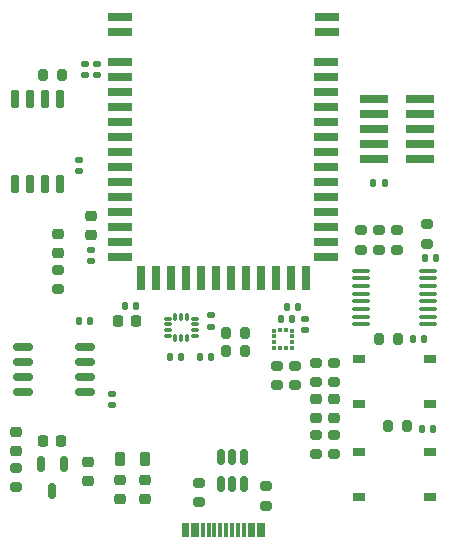
<source format=gbr>
%TF.GenerationSoftware,KiCad,Pcbnew,8.0.0*%
%TF.CreationDate,2024-05-19T21:12:01-04:00*%
%TF.ProjectId,nrf52-module-usb-carrier-hw,6e726635-322d-46d6-9f64-756c652d7573,rev?*%
%TF.SameCoordinates,PX5544200PY68a5100*%
%TF.FileFunction,Paste,Top*%
%TF.FilePolarity,Positive*%
%FSLAX46Y46*%
G04 Gerber Fmt 4.6, Leading zero omitted, Abs format (unit mm)*
G04 Created by KiCad (PCBNEW 8.0.0) date 2024-05-19 21:12:01*
%MOMM*%
%LPD*%
G01*
G04 APERTURE LIST*
G04 Aperture macros list*
%AMRoundRect*
0 Rectangle with rounded corners*
0 $1 Rounding radius*
0 $2 $3 $4 $5 $6 $7 $8 $9 X,Y pos of 4 corners*
0 Add a 4 corners polygon primitive as box body*
4,1,4,$2,$3,$4,$5,$6,$7,$8,$9,$2,$3,0*
0 Add four circle primitives for the rounded corners*
1,1,$1+$1,$2,$3*
1,1,$1+$1,$4,$5*
1,1,$1+$1,$6,$7*
1,1,$1+$1,$8,$9*
0 Add four rect primitives between the rounded corners*
20,1,$1+$1,$2,$3,$4,$5,0*
20,1,$1+$1,$4,$5,$6,$7,0*
20,1,$1+$1,$6,$7,$8,$9,0*
20,1,$1+$1,$8,$9,$2,$3,0*%
G04 Aperture macros list end*
%ADD10R,2.000000X0.800000*%
%ADD11R,0.800000X2.000000*%
%ADD12R,0.300000X1.150000*%
%ADD13RoundRect,0.225000X0.250000X-0.225000X0.250000X0.225000X-0.250000X0.225000X-0.250000X-0.225000X0*%
%ADD14RoundRect,0.200000X-0.200000X-0.275000X0.200000X-0.275000X0.200000X0.275000X-0.200000X0.275000X0*%
%ADD15RoundRect,0.200000X0.275000X-0.200000X0.275000X0.200000X-0.275000X0.200000X-0.275000X-0.200000X0*%
%ADD16RoundRect,0.200000X-0.275000X0.200000X-0.275000X-0.200000X0.275000X-0.200000X0.275000X0.200000X0*%
%ADD17RoundRect,0.225000X-0.250000X0.225000X-0.250000X-0.225000X0.250000X-0.225000X0.250000X0.225000X0*%
%ADD18RoundRect,0.140000X0.170000X-0.140000X0.170000X0.140000X-0.170000X0.140000X-0.170000X-0.140000X0*%
%ADD19RoundRect,0.140000X-0.140000X-0.170000X0.140000X-0.170000X0.140000X0.170000X-0.140000X0.170000X0*%
%ADD20RoundRect,0.150000X-0.150000X0.650000X-0.150000X-0.650000X0.150000X-0.650000X0.150000X0.650000X0*%
%ADD21RoundRect,0.150000X-0.675000X-0.150000X0.675000X-0.150000X0.675000X0.150000X-0.675000X0.150000X0*%
%ADD22R,2.400000X0.740000*%
%ADD23RoundRect,0.218750X-0.256250X0.218750X-0.256250X-0.218750X0.256250X-0.218750X0.256250X0.218750X0*%
%ADD24RoundRect,0.100000X-0.637500X-0.100000X0.637500X-0.100000X0.637500X0.100000X-0.637500X0.100000X0*%
%ADD25RoundRect,0.218750X0.256250X-0.218750X0.256250X0.218750X-0.256250X0.218750X-0.256250X-0.218750X0*%
%ADD26R,1.000000X0.750000*%
%ADD27RoundRect,0.150000X-0.150000X0.512500X-0.150000X-0.512500X0.150000X-0.512500X0.150000X0.512500X0*%
%ADD28RoundRect,0.218750X0.218750X0.381250X-0.218750X0.381250X-0.218750X-0.381250X0.218750X-0.381250X0*%
%ADD29RoundRect,0.135000X-0.135000X-0.185000X0.135000X-0.185000X0.135000X0.185000X-0.135000X0.185000X0*%
%ADD30R,0.375000X0.350000*%
%ADD31R,0.350000X0.375000*%
%ADD32RoundRect,0.140000X-0.170000X0.140000X-0.170000X-0.140000X0.170000X-0.140000X0.170000X0.140000X0*%
%ADD33RoundRect,0.150000X0.150000X-0.512500X0.150000X0.512500X-0.150000X0.512500X-0.150000X-0.512500X0*%
%ADD34RoundRect,0.225000X0.225000X0.250000X-0.225000X0.250000X-0.225000X-0.250000X0.225000X-0.250000X0*%
%ADD35RoundRect,0.225000X-0.225000X-0.250000X0.225000X-0.250000X0.225000X0.250000X-0.225000X0.250000X0*%
%ADD36RoundRect,0.140000X0.140000X0.170000X-0.140000X0.170000X-0.140000X-0.170000X0.140000X-0.170000X0*%
%ADD37RoundRect,0.200000X0.200000X0.275000X-0.200000X0.275000X-0.200000X-0.275000X0.200000X-0.275000X0*%
%ADD38RoundRect,0.135000X0.185000X-0.135000X0.185000X0.135000X-0.185000X0.135000X-0.185000X-0.135000X0*%
%ADD39RoundRect,0.087500X-0.225000X-0.087500X0.225000X-0.087500X0.225000X0.087500X-0.225000X0.087500X0*%
%ADD40RoundRect,0.087500X-0.087500X-0.225000X0.087500X-0.225000X0.087500X0.225000X-0.087500X0.225000X0*%
G04 APERTURE END LIST*
D10*
%TO.C,U4*%
X10300000Y49625000D03*
X10300000Y48355000D03*
X10320000Y45815000D03*
X10320000Y44545000D03*
X10320000Y43275000D03*
X10320000Y42005000D03*
X10320000Y40735000D03*
X10320000Y39465000D03*
X10320000Y38195000D03*
X10320000Y36925000D03*
X10320000Y35655000D03*
X10320000Y34385000D03*
X10320000Y33115000D03*
X10320000Y31845000D03*
X10320000Y30575000D03*
X10320000Y29305000D03*
D11*
X12065000Y27560000D03*
X13335000Y27560000D03*
X14605000Y27560000D03*
X15875000Y27560000D03*
X17145000Y27560000D03*
X18415000Y27560000D03*
X19685000Y27560000D03*
X20955000Y27560000D03*
X22225000Y27560000D03*
X23495000Y27560000D03*
X24765000Y27560000D03*
X26035000Y27560000D03*
D10*
X27780000Y29305000D03*
X27780000Y30575000D03*
X27780000Y31845000D03*
X27780000Y33115000D03*
X27780000Y34385000D03*
X27780000Y35655000D03*
X27780000Y36925000D03*
X27780000Y38195000D03*
X27780000Y39465000D03*
X27780000Y40735000D03*
X27780000Y42005000D03*
X27780000Y43275000D03*
X27780000Y44545000D03*
X27780000Y45815000D03*
X27800000Y48355000D03*
X27800000Y49625000D03*
%TD*%
D12*
%TO.C,J1*%
X15700000Y6210000D03*
X16500000Y6210000D03*
X17800000Y6210000D03*
X18800000Y6210000D03*
X19300000Y6210000D03*
X20300000Y6210000D03*
X21600000Y6210000D03*
X22400000Y6210000D03*
X22100000Y6210000D03*
X21300000Y6210000D03*
X20800000Y6210000D03*
X19800000Y6210000D03*
X18300000Y6210000D03*
X17300000Y6210000D03*
X16800000Y6210000D03*
X16000000Y6210000D03*
%TD*%
D13*
%TO.C,C3*%
X7620000Y10401000D03*
X7620000Y11951000D03*
%TD*%
D14*
%TO.C,R10*%
X19241000Y21336000D03*
X20891000Y21336000D03*
%TD*%
D15*
%TO.C,R8*%
X23622000Y18479000D03*
X23622000Y20129000D03*
%TD*%
D16*
%TO.C,R15*%
X30707000Y31613000D03*
X30707000Y29963000D03*
%TD*%
%TO.C,R12*%
X36322000Y32121000D03*
X36322000Y30471000D03*
%TD*%
D17*
%TO.C,C12*%
X7874000Y32779000D03*
X7874000Y31229000D03*
%TD*%
D18*
%TO.C,C11*%
X7366000Y44732000D03*
X7366000Y45692000D03*
%TD*%
D19*
%TO.C,C20*%
X35080000Y22352000D03*
X36040000Y22352000D03*
%TD*%
D20*
%TO.C,U6*%
X5207000Y42716000D03*
X3937000Y42716000D03*
X2667000Y42716000D03*
X1397000Y42716000D03*
X1397000Y35516000D03*
X2667000Y35516000D03*
X3937000Y35516000D03*
X5207000Y35516000D03*
%TD*%
D14*
%TO.C,R16*%
X32195000Y22352000D03*
X33845000Y22352000D03*
%TD*%
D15*
%TO.C,R9*%
X25146000Y18479000D03*
X25146000Y20129000D03*
%TD*%
D19*
%TO.C,C14*%
X14506000Y20828000D03*
X15466000Y20828000D03*
%TD*%
D16*
%TO.C,R21*%
X28448000Y14287000D03*
X28448000Y12637000D03*
%TD*%
D14*
%TO.C,R17*%
X32957000Y14986000D03*
X34607000Y14986000D03*
%TD*%
D21*
%TO.C,U3*%
X2116000Y21717000D03*
X2116000Y20447000D03*
X2116000Y19177000D03*
X2116000Y17907000D03*
X7366000Y17907000D03*
X7366000Y19177000D03*
X7366000Y20447000D03*
X7366000Y21717000D03*
%TD*%
D22*
%TO.C,J2*%
X31832000Y42672000D03*
X35732000Y42672000D03*
X31832000Y41402000D03*
X35732000Y41402000D03*
X31832000Y40132000D03*
X35732000Y40132000D03*
X31832000Y38862000D03*
X35732000Y38862000D03*
X31832000Y37592000D03*
X35732000Y37592000D03*
%TD*%
D23*
%TO.C,D3*%
X26924000Y17297500D03*
X26924000Y15722500D03*
%TD*%
D19*
%TO.C,C5*%
X7761000Y23876000D03*
X6801000Y23876000D03*
%TD*%
D24*
%TO.C,U8*%
X30665500Y28183000D03*
X30665500Y27533000D03*
X30665500Y26883000D03*
X30665500Y26233000D03*
X30665500Y25583000D03*
X30665500Y24933000D03*
X30665500Y24283000D03*
X30665500Y23633000D03*
X36390500Y23633000D03*
X36390500Y24283000D03*
X36390500Y24933000D03*
X36390500Y25583000D03*
X36390500Y26233000D03*
X36390500Y26883000D03*
X36390500Y27533000D03*
X36390500Y28183000D03*
%TD*%
D25*
%TO.C,D1*%
X1524000Y12948500D03*
X1524000Y14523500D03*
%TD*%
D17*
%TO.C,C1*%
X12446000Y10427000D03*
X12446000Y8877000D03*
%TD*%
D26*
%TO.C,SW2*%
X30528000Y12797000D03*
X36528000Y12797000D03*
X30528000Y9047000D03*
X36528000Y9047000D03*
%TD*%
D27*
%TO.C,U1*%
X5522000Y11805500D03*
X3622000Y11805500D03*
X4572000Y9530500D03*
%TD*%
D28*
%TO.C,FB1*%
X12446000Y12192000D03*
X10321000Y12192000D03*
%TD*%
D29*
%TO.C,R5*%
X31746000Y35560000D03*
X32766000Y35560000D03*
%TD*%
D30*
%TO.C,U7*%
X24892500Y21602000D03*
X24892500Y22102000D03*
X24892500Y22602000D03*
X24892500Y23102000D03*
D31*
X24380000Y23114500D03*
X23880000Y23114500D03*
D30*
X23367500Y23102000D03*
X23367500Y22602000D03*
X23367500Y22102000D03*
X23367500Y21602000D03*
D31*
X23880000Y21589500D03*
X24380000Y21589500D03*
%TD*%
D23*
%TO.C,D4*%
X28448000Y17297500D03*
X28448000Y15722500D03*
%TD*%
D32*
%TO.C,C9*%
X7874000Y29944000D03*
X7874000Y28984000D03*
%TD*%
D18*
%TO.C,C18*%
X25936500Y23130000D03*
X25936500Y24090000D03*
%TD*%
D33*
%TO.C,U2*%
X18864000Y10101000D03*
X19814000Y10101000D03*
X20764000Y10101000D03*
X20764000Y12376000D03*
X19814000Y12376000D03*
X18864000Y12376000D03*
%TD*%
D15*
%TO.C,R4*%
X5080000Y26607000D03*
X5080000Y28257000D03*
%TD*%
D16*
%TO.C,R19*%
X28448000Y20383000D03*
X28448000Y18733000D03*
%TD*%
D18*
%TO.C,C10*%
X8382000Y44732000D03*
X8382000Y45692000D03*
%TD*%
D32*
%TO.C,C6*%
X9652000Y17752000D03*
X9652000Y16792000D03*
%TD*%
D15*
%TO.C,R3*%
X17018000Y8573000D03*
X17018000Y10223000D03*
%TD*%
D16*
%TO.C,R18*%
X26924000Y20383000D03*
X26924000Y18733000D03*
%TD*%
D14*
%TO.C,R6*%
X3747000Y44704000D03*
X5397000Y44704000D03*
%TD*%
D16*
%TO.C,R13*%
X32231000Y31613000D03*
X32231000Y29963000D03*
%TD*%
D19*
%TO.C,C17*%
X25372000Y25134000D03*
X24412000Y25134000D03*
%TD*%
D26*
%TO.C,SW1*%
X30528000Y20671000D03*
X36528000Y20671000D03*
X30528000Y16921000D03*
X36528000Y16921000D03*
%TD*%
D34*
%TO.C,C8*%
X11697000Y23876000D03*
X10147000Y23876000D03*
%TD*%
D17*
%TO.C,C2*%
X10287000Y10427000D03*
X10287000Y8877000D03*
%TD*%
D15*
%TO.C,R1*%
X1524000Y9843000D03*
X1524000Y11493000D03*
%TD*%
D19*
%TO.C,C16*%
X23932500Y24118000D03*
X24892500Y24118000D03*
%TD*%
D18*
%TO.C,C15*%
X6858000Y36604000D03*
X6858000Y37564000D03*
%TD*%
D15*
%TO.C,R2*%
X22671000Y8260000D03*
X22671000Y9910000D03*
%TD*%
D16*
%TO.C,R20*%
X26924000Y14287000D03*
X26924000Y12637000D03*
%TD*%
D35*
%TO.C,C4*%
X3797000Y13716000D03*
X5347000Y13716000D03*
%TD*%
D36*
%TO.C,C7*%
X11656000Y25146000D03*
X10696000Y25146000D03*
%TD*%
D15*
%TO.C,R14*%
X33755000Y29963000D03*
X33755000Y31613000D03*
%TD*%
D37*
%TO.C,R11*%
X20891000Y22860000D03*
X19241000Y22860000D03*
%TD*%
D36*
%TO.C,C13*%
X18006000Y20828000D03*
X17046000Y20828000D03*
%TD*%
D38*
%TO.C,R7*%
X18034000Y23366000D03*
X18034000Y24386000D03*
%TD*%
D36*
%TO.C,C19*%
X37056000Y29264000D03*
X36096000Y29264000D03*
%TD*%
D39*
%TO.C,U5*%
X14331500Y24118000D03*
X14331500Y23618000D03*
X14331500Y23118000D03*
X14331500Y22618000D03*
D40*
X14994000Y22455500D03*
X15494000Y22455500D03*
X15994000Y22455500D03*
D39*
X16656500Y22618000D03*
X16656500Y23118000D03*
X16656500Y23618000D03*
X16656500Y24118000D03*
D40*
X15994000Y24280500D03*
X15494000Y24280500D03*
X14994000Y24280500D03*
%TD*%
D25*
%TO.C,D2*%
X5080000Y29692500D03*
X5080000Y31267500D03*
%TD*%
D19*
%TO.C,C21*%
X35842000Y14732000D03*
X36802000Y14732000D03*
%TD*%
M02*

</source>
